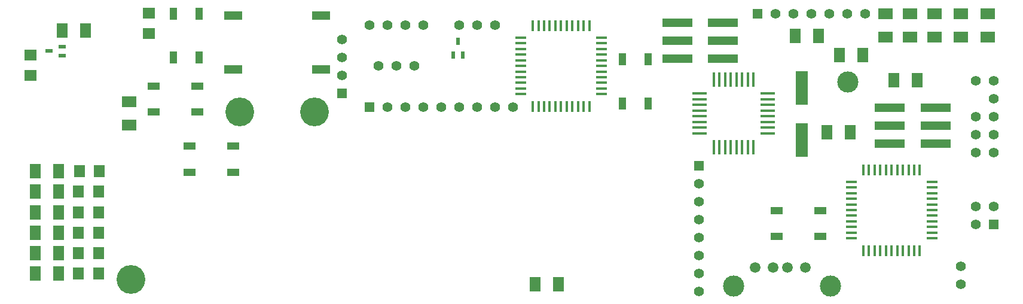
<source format=gbs>
G04 (created by PCBNEW (2013-may-18)-stable) date Sat Apr 30 15:23:03 2016*
%MOIN*%
G04 Gerber Fmt 3.4, Leading zero omitted, Abs format*
%FSLAX34Y34*%
G01*
G70*
G90*
G04 APERTURE LIST*
%ADD10C,0.00590551*%
%ADD11R,0.06X0.08*%
%ADD12R,0.08X0.06*%
%ADD13R,0.0629X0.0709*%
%ADD14R,0.0709X0.0629*%
%ADD15R,0.0708661X0.0433071*%
%ADD16R,0.0433071X0.0708661*%
%ADD17R,0.0394X0.0236*%
%ADD18R,0.0984252X0.0472441*%
%ADD19C,0.16*%
%ADD20R,0.06X0.016*%
%ADD21R,0.016X0.06*%
%ADD22R,0.0177X0.0787*%
%ADD23R,0.0787X0.0177*%
%ADD24C,0.055*%
%ADD25R,0.0236X0.0394*%
%ADD26R,0.055X0.055*%
%ADD27R,0.166929X0.05*%
%ADD28R,0.0708661X0.188976*%
%ADD29C,0.0591*%
%ADD30C,0.1181*%
G04 APERTURE END LIST*
G54D10*
G54D11*
X56377Y-48562D03*
X57677Y-48562D03*
X54881Y-62106D03*
X56181Y-62106D03*
X54881Y-60964D03*
X56181Y-60964D03*
X54881Y-56397D03*
X56181Y-56397D03*
X54881Y-57539D03*
X56181Y-57539D03*
X54881Y-58681D03*
X56181Y-58681D03*
X54881Y-59822D03*
X56181Y-59822D03*
G54D12*
X60098Y-53819D03*
X60098Y-52519D03*
G54D13*
X58452Y-56397D03*
X57334Y-56397D03*
X58413Y-60964D03*
X57295Y-60964D03*
X58413Y-59822D03*
X57295Y-59822D03*
X58413Y-58681D03*
X57295Y-58681D03*
X58413Y-57539D03*
X57295Y-57539D03*
X58413Y-62106D03*
X57295Y-62106D03*
G54D14*
X54625Y-49933D03*
X54625Y-51051D03*
X61200Y-48728D03*
X61200Y-47610D03*
G54D15*
X63484Y-56448D03*
X65924Y-56448D03*
X63484Y-55008D03*
X65924Y-55008D03*
G54D16*
X64007Y-50058D03*
X64007Y-47618D03*
X62567Y-50058D03*
X62567Y-47618D03*
G54D17*
X56377Y-49960D03*
X56377Y-49448D03*
X55629Y-49704D03*
G54D11*
X84055Y-62696D03*
X82755Y-62696D03*
G54D15*
X61476Y-53101D03*
X63916Y-53101D03*
X61476Y-51661D03*
X63916Y-51661D03*
G54D18*
X65905Y-50732D03*
X70826Y-50732D03*
X65905Y-47732D03*
X70826Y-47732D03*
G54D19*
X60216Y-62421D03*
X66279Y-53090D03*
X70452Y-53090D03*
G54D20*
X104868Y-58562D03*
X104868Y-58877D03*
X104868Y-59192D03*
X104868Y-59507D03*
X104868Y-59822D03*
X104868Y-60137D03*
X104868Y-58247D03*
X104868Y-57932D03*
X104868Y-57617D03*
X104868Y-57302D03*
X104868Y-56987D03*
X100368Y-58562D03*
X100368Y-58877D03*
X100368Y-59192D03*
X100368Y-59507D03*
X100368Y-59822D03*
X100368Y-60137D03*
X100368Y-58247D03*
X100368Y-57932D03*
X100368Y-57617D03*
X100368Y-57302D03*
X100368Y-56987D03*
G54D21*
X102618Y-60812D03*
X102618Y-56312D03*
X102303Y-60812D03*
X102303Y-56312D03*
X101988Y-56312D03*
X101988Y-60812D03*
X101673Y-60812D03*
X101673Y-56312D03*
X101358Y-56312D03*
X101358Y-60812D03*
X101043Y-60812D03*
X101043Y-56312D03*
X102933Y-56312D03*
X102933Y-60812D03*
X103248Y-60812D03*
X103248Y-56312D03*
X103563Y-56312D03*
X103563Y-60812D03*
X103878Y-60812D03*
X103878Y-56312D03*
X104193Y-56312D03*
X104193Y-60812D03*
X84192Y-48281D03*
X84507Y-48281D03*
X84822Y-48281D03*
X85137Y-48281D03*
X85452Y-48281D03*
X85767Y-48281D03*
X83877Y-48281D03*
X83562Y-48281D03*
X83247Y-48281D03*
X82932Y-48281D03*
X82617Y-48281D03*
X84192Y-52781D03*
X84507Y-52781D03*
X84822Y-52781D03*
X85137Y-52781D03*
X85452Y-52781D03*
X85767Y-52781D03*
X83877Y-52781D03*
X83562Y-52781D03*
X83247Y-52781D03*
X82932Y-52781D03*
X82617Y-52781D03*
G54D20*
X86442Y-50531D03*
X81942Y-50531D03*
X86442Y-50846D03*
X81942Y-50846D03*
X81942Y-51161D03*
X86442Y-51161D03*
X86442Y-51476D03*
X81942Y-51476D03*
X81942Y-51791D03*
X86442Y-51791D03*
X86442Y-52106D03*
X81942Y-52106D03*
X81942Y-50216D03*
X86442Y-50216D03*
X86442Y-49901D03*
X81942Y-49901D03*
X81942Y-49586D03*
X86442Y-49586D03*
X86442Y-49271D03*
X81942Y-49271D03*
X81942Y-48956D03*
X86442Y-48956D03*
G54D22*
X92706Y-55065D03*
X93021Y-55065D03*
X93336Y-55065D03*
X93651Y-55065D03*
X93966Y-55065D03*
X94281Y-55065D03*
X94596Y-55065D03*
X94911Y-55065D03*
X94909Y-51299D03*
X92699Y-51299D03*
X93019Y-51299D03*
X93339Y-51299D03*
X93649Y-51299D03*
X93969Y-51299D03*
X94279Y-51299D03*
X94599Y-51299D03*
G54D23*
X95699Y-54281D03*
X95699Y-53967D03*
X95699Y-53651D03*
X95699Y-53337D03*
X95699Y-53021D03*
X95699Y-52707D03*
X95699Y-52391D03*
X95699Y-52077D03*
X91919Y-54279D03*
X91919Y-53969D03*
X91919Y-53649D03*
X91919Y-53339D03*
X91919Y-53029D03*
X91919Y-52709D03*
X91919Y-52389D03*
X91919Y-52069D03*
G54D24*
X106476Y-62685D03*
X106476Y-61685D03*
G54D15*
X96201Y-60031D03*
X98641Y-60031D03*
X96201Y-58591D03*
X98641Y-58591D03*
G54D16*
X87606Y-50177D03*
X87606Y-52617D03*
X89046Y-50177D03*
X89046Y-52617D03*
G54D25*
X78188Y-49921D03*
X78700Y-49921D03*
X78444Y-49173D03*
G54D11*
X99015Y-54232D03*
X100315Y-54232D03*
X98543Y-48877D03*
X97243Y-48877D03*
X99724Y-49940D03*
X101024Y-49940D03*
X104055Y-51318D03*
X102755Y-51318D03*
G54D12*
X107972Y-47637D03*
X107972Y-48937D03*
X102263Y-47637D03*
X102263Y-48937D03*
X103641Y-47637D03*
X103641Y-48937D03*
X106476Y-47637D03*
X106476Y-48937D03*
X105019Y-48937D03*
X105019Y-47637D03*
G54D26*
X108314Y-59346D03*
G54D24*
X107314Y-59346D03*
X108314Y-58346D03*
X107314Y-58346D03*
X108314Y-55346D03*
X107314Y-55346D03*
X108314Y-54346D03*
X107314Y-54346D03*
X108314Y-53346D03*
X107314Y-53346D03*
X108314Y-52346D03*
X108314Y-51346D03*
X107314Y-51346D03*
G54D27*
X90668Y-50114D03*
X93228Y-50114D03*
X90668Y-49114D03*
X93228Y-49114D03*
X90668Y-48114D03*
X93228Y-48114D03*
X102519Y-54877D03*
X105079Y-54877D03*
X102519Y-53877D03*
X105079Y-53877D03*
X102519Y-52877D03*
X105079Y-52877D03*
G54D26*
X91870Y-56086D03*
G54D24*
X91870Y-57086D03*
X91870Y-58086D03*
X91870Y-59086D03*
X91870Y-60086D03*
X91870Y-61086D03*
X91870Y-62086D03*
X91870Y-63086D03*
G54D26*
X95141Y-47618D03*
G54D24*
X96141Y-47618D03*
X97141Y-47618D03*
X98141Y-47618D03*
X99141Y-47618D03*
X100141Y-47618D03*
X101141Y-47618D03*
G54D26*
X71988Y-52070D03*
G54D24*
X71988Y-51070D03*
X71988Y-50070D03*
X71988Y-49070D03*
G54D28*
X97598Y-54668D03*
X97598Y-51748D03*
G54D26*
X73527Y-52833D03*
G54D24*
X74527Y-52833D03*
X75527Y-52833D03*
X76527Y-52833D03*
X77527Y-52833D03*
X78527Y-52833D03*
X79527Y-52833D03*
X80527Y-52833D03*
X81527Y-52833D03*
X76027Y-50531D03*
X75027Y-50531D03*
X74027Y-50531D03*
X73507Y-48249D03*
X74507Y-48249D03*
X75507Y-48249D03*
X76507Y-48249D03*
X78507Y-48249D03*
X79507Y-48249D03*
X80507Y-48249D03*
G54D29*
X94997Y-61751D03*
X95997Y-61751D03*
X96797Y-61751D03*
X97797Y-61751D03*
G54D30*
X93797Y-62801D03*
X99197Y-62801D03*
X100177Y-51437D03*
M02*

</source>
